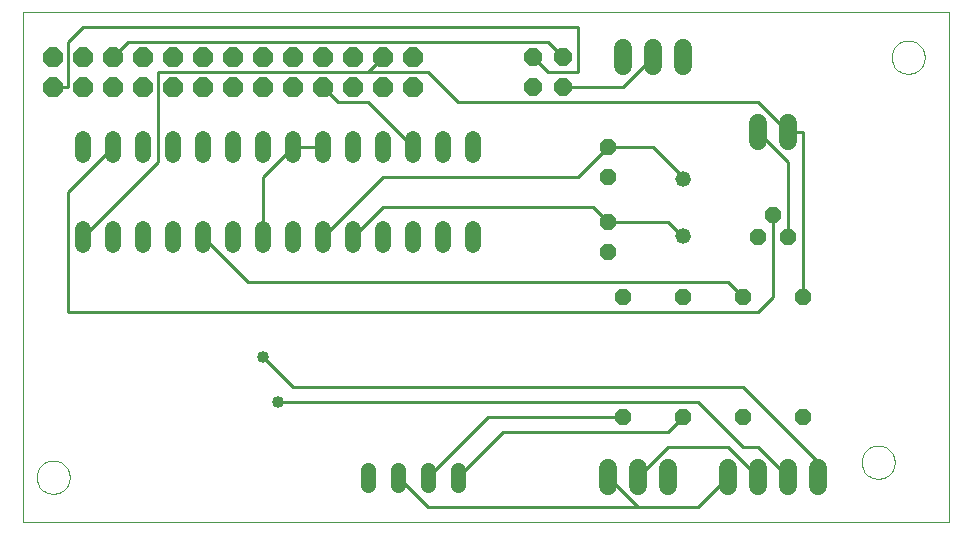
<source format=gbl>
G75*
%MOIN*%
%OFA0B0*%
%FSLAX24Y24*%
%IPPOS*%
%LPD*%
%AMOC8*
5,1,8,0,0,1.08239X$1,22.5*
%
%ADD10C,0.0000*%
%ADD11C,0.0520*%
%ADD12OC8,0.0660*%
%ADD13C,0.0520*%
%ADD14OC8,0.0520*%
%ADD15C,0.0600*%
%ADD16OC8,0.0600*%
%ADD17C,0.0515*%
%ADD18C,0.0100*%
%ADD19C,0.0400*%
D10*
X000100Y000100D02*
X000100Y017096D01*
X030970Y017096D01*
X030970Y000100D01*
X000100Y000100D01*
X000549Y001600D02*
X000551Y001647D01*
X000557Y001693D01*
X000567Y001739D01*
X000580Y001784D01*
X000598Y001827D01*
X000619Y001869D01*
X000643Y001909D01*
X000671Y001946D01*
X000702Y001981D01*
X000736Y002014D01*
X000772Y002043D01*
X000811Y002069D01*
X000852Y002092D01*
X000895Y002111D01*
X000939Y002127D01*
X000984Y002139D01*
X001030Y002147D01*
X001077Y002151D01*
X001123Y002151D01*
X001170Y002147D01*
X001216Y002139D01*
X001261Y002127D01*
X001305Y002111D01*
X001348Y002092D01*
X001389Y002069D01*
X001428Y002043D01*
X001464Y002014D01*
X001498Y001981D01*
X001529Y001946D01*
X001557Y001909D01*
X001581Y001869D01*
X001602Y001827D01*
X001620Y001784D01*
X001633Y001739D01*
X001643Y001693D01*
X001649Y001647D01*
X001651Y001600D01*
X001649Y001553D01*
X001643Y001507D01*
X001633Y001461D01*
X001620Y001416D01*
X001602Y001373D01*
X001581Y001331D01*
X001557Y001291D01*
X001529Y001254D01*
X001498Y001219D01*
X001464Y001186D01*
X001428Y001157D01*
X001389Y001131D01*
X001348Y001108D01*
X001305Y001089D01*
X001261Y001073D01*
X001216Y001061D01*
X001170Y001053D01*
X001123Y001049D01*
X001077Y001049D01*
X001030Y001053D01*
X000984Y001061D01*
X000939Y001073D01*
X000895Y001089D01*
X000852Y001108D01*
X000811Y001131D01*
X000772Y001157D01*
X000736Y001186D01*
X000702Y001219D01*
X000671Y001254D01*
X000643Y001291D01*
X000619Y001331D01*
X000598Y001373D01*
X000580Y001416D01*
X000567Y001461D01*
X000557Y001507D01*
X000551Y001553D01*
X000549Y001600D01*
X028049Y002100D02*
X028051Y002147D01*
X028057Y002193D01*
X028067Y002239D01*
X028080Y002284D01*
X028098Y002327D01*
X028119Y002369D01*
X028143Y002409D01*
X028171Y002446D01*
X028202Y002481D01*
X028236Y002514D01*
X028272Y002543D01*
X028311Y002569D01*
X028352Y002592D01*
X028395Y002611D01*
X028439Y002627D01*
X028484Y002639D01*
X028530Y002647D01*
X028577Y002651D01*
X028623Y002651D01*
X028670Y002647D01*
X028716Y002639D01*
X028761Y002627D01*
X028805Y002611D01*
X028848Y002592D01*
X028889Y002569D01*
X028928Y002543D01*
X028964Y002514D01*
X028998Y002481D01*
X029029Y002446D01*
X029057Y002409D01*
X029081Y002369D01*
X029102Y002327D01*
X029120Y002284D01*
X029133Y002239D01*
X029143Y002193D01*
X029149Y002147D01*
X029151Y002100D01*
X029149Y002053D01*
X029143Y002007D01*
X029133Y001961D01*
X029120Y001916D01*
X029102Y001873D01*
X029081Y001831D01*
X029057Y001791D01*
X029029Y001754D01*
X028998Y001719D01*
X028964Y001686D01*
X028928Y001657D01*
X028889Y001631D01*
X028848Y001608D01*
X028805Y001589D01*
X028761Y001573D01*
X028716Y001561D01*
X028670Y001553D01*
X028623Y001549D01*
X028577Y001549D01*
X028530Y001553D01*
X028484Y001561D01*
X028439Y001573D01*
X028395Y001589D01*
X028352Y001608D01*
X028311Y001631D01*
X028272Y001657D01*
X028236Y001686D01*
X028202Y001719D01*
X028171Y001754D01*
X028143Y001791D01*
X028119Y001831D01*
X028098Y001873D01*
X028080Y001916D01*
X028067Y001961D01*
X028057Y002007D01*
X028051Y002053D01*
X028049Y002100D01*
X029049Y015600D02*
X029051Y015647D01*
X029057Y015693D01*
X029067Y015739D01*
X029080Y015784D01*
X029098Y015827D01*
X029119Y015869D01*
X029143Y015909D01*
X029171Y015946D01*
X029202Y015981D01*
X029236Y016014D01*
X029272Y016043D01*
X029311Y016069D01*
X029352Y016092D01*
X029395Y016111D01*
X029439Y016127D01*
X029484Y016139D01*
X029530Y016147D01*
X029577Y016151D01*
X029623Y016151D01*
X029670Y016147D01*
X029716Y016139D01*
X029761Y016127D01*
X029805Y016111D01*
X029848Y016092D01*
X029889Y016069D01*
X029928Y016043D01*
X029964Y016014D01*
X029998Y015981D01*
X030029Y015946D01*
X030057Y015909D01*
X030081Y015869D01*
X030102Y015827D01*
X030120Y015784D01*
X030133Y015739D01*
X030143Y015693D01*
X030149Y015647D01*
X030151Y015600D01*
X030149Y015553D01*
X030143Y015507D01*
X030133Y015461D01*
X030120Y015416D01*
X030102Y015373D01*
X030081Y015331D01*
X030057Y015291D01*
X030029Y015254D01*
X029998Y015219D01*
X029964Y015186D01*
X029928Y015157D01*
X029889Y015131D01*
X029848Y015108D01*
X029805Y015089D01*
X029761Y015073D01*
X029716Y015061D01*
X029670Y015053D01*
X029623Y015049D01*
X029577Y015049D01*
X029530Y015053D01*
X029484Y015061D01*
X029439Y015073D01*
X029395Y015089D01*
X029352Y015108D01*
X029311Y015131D01*
X029272Y015157D01*
X029236Y015186D01*
X029202Y015219D01*
X029171Y015254D01*
X029143Y015291D01*
X029119Y015331D01*
X029098Y015373D01*
X029080Y015416D01*
X029067Y015461D01*
X029057Y015507D01*
X029051Y015553D01*
X029049Y015600D01*
D11*
X015100Y012860D02*
X015100Y012340D01*
X014100Y012340D02*
X014100Y012860D01*
X013100Y012860D02*
X013100Y012340D01*
X012100Y012340D02*
X012100Y012860D01*
X011100Y012860D02*
X011100Y012340D01*
X010100Y012340D02*
X010100Y012860D01*
X009100Y012860D02*
X009100Y012340D01*
X008100Y012340D02*
X008100Y012860D01*
X007100Y012860D02*
X007100Y012340D01*
X006100Y012340D02*
X006100Y012860D01*
X005100Y012860D02*
X005100Y012340D01*
X004100Y012340D02*
X004100Y012860D01*
X003100Y012860D02*
X003100Y012340D01*
X002100Y012340D02*
X002100Y012860D01*
X002100Y009860D02*
X002100Y009340D01*
X003100Y009340D02*
X003100Y009860D01*
X004100Y009860D02*
X004100Y009340D01*
X005100Y009340D02*
X005100Y009860D01*
X006100Y009860D02*
X006100Y009340D01*
X007100Y009340D02*
X007100Y009860D01*
X008100Y009860D02*
X008100Y009340D01*
X009100Y009340D02*
X009100Y009860D01*
X010100Y009860D02*
X010100Y009340D01*
X011100Y009340D02*
X011100Y009860D01*
X012100Y009860D02*
X012100Y009340D01*
X013100Y009340D02*
X013100Y009860D01*
X014100Y009860D02*
X014100Y009340D01*
X015100Y009340D02*
X015100Y009860D01*
D12*
X013100Y014600D03*
X012100Y014600D03*
X011100Y014600D03*
X010100Y014600D03*
X009100Y014600D03*
X008100Y014600D03*
X007100Y014600D03*
X006100Y014600D03*
X005100Y014600D03*
X004100Y014600D03*
X003100Y014600D03*
X002100Y014600D03*
X001100Y014600D03*
X001100Y015600D03*
X002100Y015600D03*
X003100Y015600D03*
X004100Y015600D03*
X005100Y015600D03*
X006100Y015600D03*
X007100Y015600D03*
X008100Y015600D03*
X009100Y015600D03*
X010100Y015600D03*
X011100Y015600D03*
X012100Y015600D03*
X013100Y015600D03*
D13*
X022100Y011550D03*
X022100Y009650D03*
D14*
X024600Y009600D03*
X025600Y009600D03*
X025100Y010350D03*
X024100Y007600D03*
X022100Y007600D03*
X020100Y007600D03*
X019600Y009100D03*
X019600Y010100D03*
X019600Y011600D03*
X019600Y012600D03*
X026100Y007600D03*
X026100Y003600D03*
X024100Y003600D03*
X022100Y003600D03*
X020100Y003600D03*
D15*
X019600Y001900D02*
X019600Y001300D01*
X020600Y001300D02*
X020600Y001900D01*
X021600Y001900D02*
X021600Y001300D01*
X023600Y001300D02*
X023600Y001900D01*
X024600Y001900D02*
X024600Y001300D01*
X025600Y001300D02*
X025600Y001900D01*
X026600Y001900D02*
X026600Y001300D01*
X025600Y012800D02*
X025600Y013400D01*
X024600Y013400D02*
X024600Y012800D01*
X022100Y015300D02*
X022100Y015900D01*
X021100Y015900D02*
X021100Y015300D01*
X020100Y015300D02*
X020100Y015900D01*
D16*
X018100Y015600D03*
X017100Y015600D03*
X017100Y014600D03*
X018100Y014600D03*
D17*
X014600Y001857D02*
X014600Y001343D01*
X013600Y001343D02*
X013600Y001857D01*
X012600Y001857D02*
X012600Y001343D01*
X011600Y001343D02*
X011600Y001857D01*
D18*
X012600Y001600D02*
X013600Y000600D01*
X020600Y000600D01*
X022600Y000600D01*
X023600Y001600D01*
X023600Y002600D02*
X024600Y001600D01*
X025600Y001600D02*
X024600Y002600D01*
X024100Y002600D01*
X022600Y004100D01*
X008600Y004100D01*
X009100Y004600D02*
X024100Y004600D01*
X026600Y002100D01*
X026600Y001600D01*
X023600Y002600D02*
X021600Y002600D01*
X020600Y001600D01*
X020600Y000600D02*
X019600Y001600D01*
X021600Y003100D02*
X022100Y003600D01*
X021600Y003100D02*
X016100Y003100D01*
X014600Y001600D01*
X013600Y001600D02*
X015600Y003600D01*
X020100Y003600D01*
X024600Y007100D02*
X025100Y007600D01*
X025100Y010350D01*
X025600Y009600D02*
X025600Y012100D01*
X024600Y013100D01*
X024600Y014100D02*
X025600Y013100D01*
X026100Y013100D01*
X026100Y007600D01*
X024600Y007100D02*
X001600Y007100D01*
X001600Y011100D01*
X003100Y012600D01*
X004600Y012100D02*
X004600Y015100D01*
X011600Y015100D01*
X013600Y015100D01*
X014600Y014100D01*
X024600Y014100D01*
X022100Y011600D02*
X021100Y012600D01*
X019600Y012600D01*
X018600Y011600D01*
X012100Y011600D01*
X010100Y009600D01*
X011100Y009600D02*
X012100Y010600D01*
X019100Y010600D01*
X019600Y010100D01*
X021600Y010100D01*
X022100Y009600D01*
X022100Y009650D01*
X023600Y008100D02*
X024100Y007600D01*
X023600Y008100D02*
X007600Y008100D01*
X006100Y009600D01*
X008100Y009600D02*
X008100Y011600D01*
X009100Y012600D01*
X010100Y012600D01*
X010600Y014100D02*
X010100Y014600D01*
X010600Y014100D02*
X011600Y014100D01*
X013100Y012600D01*
X011600Y015100D02*
X012100Y015600D01*
X017100Y015600D02*
X017600Y015100D01*
X018600Y015100D01*
X018600Y016600D01*
X002100Y016600D01*
X001600Y016100D01*
X001600Y014600D01*
X001100Y014600D01*
X003100Y015600D02*
X003600Y016100D01*
X017600Y016100D01*
X018100Y015600D01*
X018100Y014600D02*
X020100Y014600D01*
X021100Y015600D01*
X022100Y011600D02*
X022100Y011550D01*
X009100Y004600D02*
X008100Y005600D01*
X002100Y009600D02*
X004600Y012100D01*
D19*
X008100Y005600D03*
X008600Y004100D03*
M02*

</source>
